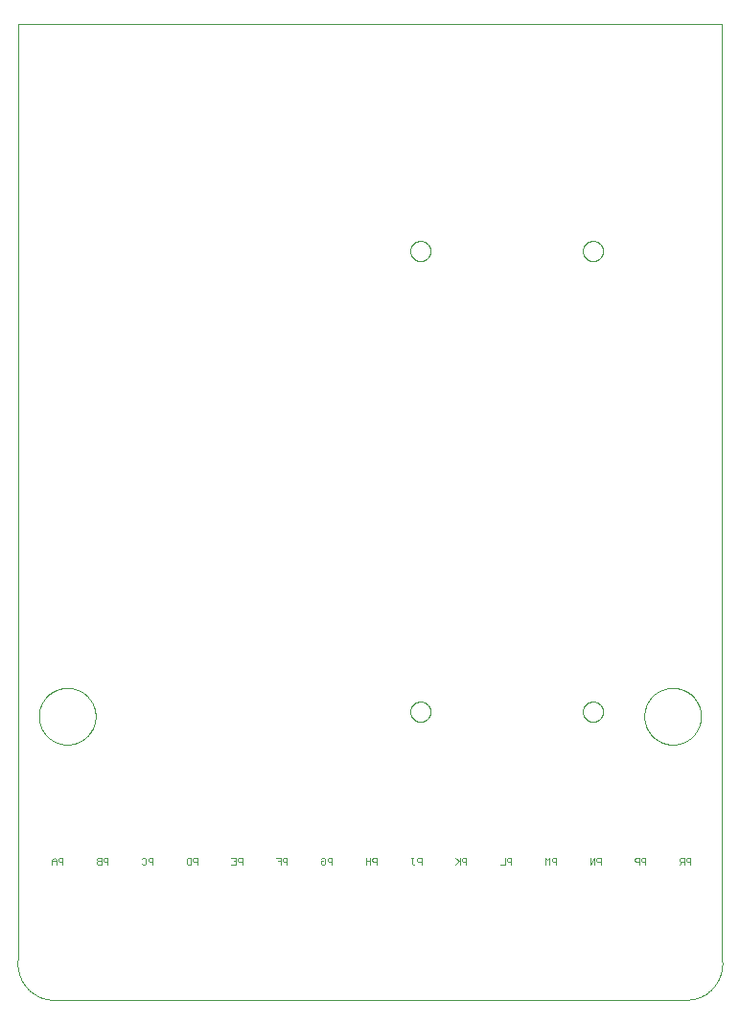
<source format=gbo>
G75*
%MOIN*%
%OFA0B0*%
%FSLAX25Y25*%
%IPPOS*%
%LPD*%
%AMOC8*
5,1,8,0,0,1.08239X$1,22.5*
%
%ADD10C,0.00000*%
%ADD11C,0.00200*%
D10*
X0067595Y0047713D02*
X0067595Y0372634D01*
X0312516Y0372634D01*
X0312516Y0047713D01*
X0312517Y0047713D02*
X0312543Y0047410D01*
X0312563Y0047106D01*
X0312574Y0046802D01*
X0312579Y0046498D01*
X0312576Y0046194D01*
X0312566Y0045889D01*
X0312548Y0045586D01*
X0312524Y0045282D01*
X0312491Y0044980D01*
X0312452Y0044678D01*
X0312405Y0044377D01*
X0312351Y0044078D01*
X0312290Y0043780D01*
X0312221Y0043483D01*
X0312146Y0043189D01*
X0312063Y0042896D01*
X0311973Y0042605D01*
X0311877Y0042317D01*
X0311773Y0042030D01*
X0311663Y0041747D01*
X0311545Y0041466D01*
X0311421Y0041188D01*
X0311290Y0040914D01*
X0311153Y0040642D01*
X0311009Y0040374D01*
X0310859Y0040109D01*
X0310702Y0039849D01*
X0310539Y0039592D01*
X0310370Y0039339D01*
X0310195Y0039090D01*
X0310013Y0038845D01*
X0309826Y0038605D01*
X0309634Y0038370D01*
X0309435Y0038139D01*
X0309231Y0037913D01*
X0309022Y0037692D01*
X0308808Y0037477D01*
X0308588Y0037266D01*
X0308363Y0037061D01*
X0308133Y0036861D01*
X0307899Y0036667D01*
X0307660Y0036479D01*
X0307417Y0036296D01*
X0307169Y0036120D01*
X0306917Y0035949D01*
X0306661Y0035785D01*
X0306401Y0035627D01*
X0306137Y0035475D01*
X0305870Y0035330D01*
X0305599Y0035191D01*
X0305325Y0035058D01*
X0305048Y0034933D01*
X0304768Y0034814D01*
X0304485Y0034702D01*
X0304199Y0034596D01*
X0303911Y0034498D01*
X0303621Y0034407D01*
X0303329Y0034322D01*
X0303034Y0034245D01*
X0302738Y0034175D01*
X0302440Y0034112D01*
X0302141Y0034057D01*
X0301841Y0034008D01*
X0301539Y0033967D01*
X0301237Y0033933D01*
X0078875Y0033933D01*
X0078568Y0033968D01*
X0078262Y0034010D01*
X0077957Y0034059D01*
X0077653Y0034116D01*
X0077351Y0034180D01*
X0077050Y0034252D01*
X0076751Y0034331D01*
X0076455Y0034418D01*
X0076160Y0034512D01*
X0075868Y0034612D01*
X0075578Y0034720D01*
X0075292Y0034836D01*
X0075008Y0034958D01*
X0074727Y0035087D01*
X0074449Y0035223D01*
X0074175Y0035365D01*
X0073905Y0035515D01*
X0073638Y0035671D01*
X0073375Y0035833D01*
X0073116Y0036002D01*
X0072861Y0036177D01*
X0072611Y0036358D01*
X0072365Y0036546D01*
X0072124Y0036739D01*
X0071888Y0036939D01*
X0071657Y0037144D01*
X0071431Y0037354D01*
X0071210Y0037570D01*
X0070994Y0037792D01*
X0070784Y0038018D01*
X0070580Y0038250D01*
X0070381Y0038487D01*
X0070188Y0038729D01*
X0070002Y0038975D01*
X0069821Y0039225D01*
X0069646Y0039480D01*
X0069478Y0039740D01*
X0069316Y0040003D01*
X0069161Y0040270D01*
X0069012Y0040541D01*
X0068870Y0040816D01*
X0068735Y0041094D01*
X0068607Y0041375D01*
X0068485Y0041659D01*
X0068371Y0041946D01*
X0068264Y0042236D01*
X0068164Y0042528D01*
X0068071Y0042823D01*
X0067985Y0043120D01*
X0067907Y0043419D01*
X0067835Y0043720D01*
X0067772Y0044022D01*
X0067716Y0044326D01*
X0067667Y0044631D01*
X0067626Y0044937D01*
X0067592Y0045245D01*
X0067566Y0045553D01*
X0067547Y0045861D01*
X0067536Y0046170D01*
X0067533Y0046479D01*
X0067537Y0046788D01*
X0067549Y0047097D01*
X0067568Y0047405D01*
X0067595Y0047713D01*
X0074937Y0132358D02*
X0074940Y0132600D01*
X0074949Y0132841D01*
X0074964Y0133082D01*
X0074984Y0133323D01*
X0075011Y0133563D01*
X0075044Y0133802D01*
X0075082Y0134041D01*
X0075126Y0134278D01*
X0075176Y0134515D01*
X0075232Y0134750D01*
X0075294Y0134983D01*
X0075361Y0135215D01*
X0075434Y0135446D01*
X0075512Y0135674D01*
X0075597Y0135900D01*
X0075686Y0136125D01*
X0075781Y0136347D01*
X0075882Y0136566D01*
X0075988Y0136784D01*
X0076099Y0136998D01*
X0076216Y0137210D01*
X0076337Y0137418D01*
X0076464Y0137624D01*
X0076596Y0137826D01*
X0076733Y0138026D01*
X0076874Y0138221D01*
X0077020Y0138414D01*
X0077171Y0138602D01*
X0077327Y0138787D01*
X0077487Y0138968D01*
X0077651Y0139145D01*
X0077820Y0139318D01*
X0077993Y0139487D01*
X0078170Y0139651D01*
X0078351Y0139811D01*
X0078536Y0139967D01*
X0078724Y0140118D01*
X0078917Y0140264D01*
X0079112Y0140405D01*
X0079312Y0140542D01*
X0079514Y0140674D01*
X0079720Y0140801D01*
X0079928Y0140922D01*
X0080140Y0141039D01*
X0080354Y0141150D01*
X0080572Y0141256D01*
X0080791Y0141357D01*
X0081013Y0141452D01*
X0081238Y0141541D01*
X0081464Y0141626D01*
X0081692Y0141704D01*
X0081923Y0141777D01*
X0082155Y0141844D01*
X0082388Y0141906D01*
X0082623Y0141962D01*
X0082860Y0142012D01*
X0083097Y0142056D01*
X0083336Y0142094D01*
X0083575Y0142127D01*
X0083815Y0142154D01*
X0084056Y0142174D01*
X0084297Y0142189D01*
X0084538Y0142198D01*
X0084780Y0142201D01*
X0085022Y0142198D01*
X0085263Y0142189D01*
X0085504Y0142174D01*
X0085745Y0142154D01*
X0085985Y0142127D01*
X0086224Y0142094D01*
X0086463Y0142056D01*
X0086700Y0142012D01*
X0086937Y0141962D01*
X0087172Y0141906D01*
X0087405Y0141844D01*
X0087637Y0141777D01*
X0087868Y0141704D01*
X0088096Y0141626D01*
X0088322Y0141541D01*
X0088547Y0141452D01*
X0088769Y0141357D01*
X0088988Y0141256D01*
X0089206Y0141150D01*
X0089420Y0141039D01*
X0089632Y0140922D01*
X0089840Y0140801D01*
X0090046Y0140674D01*
X0090248Y0140542D01*
X0090448Y0140405D01*
X0090643Y0140264D01*
X0090836Y0140118D01*
X0091024Y0139967D01*
X0091209Y0139811D01*
X0091390Y0139651D01*
X0091567Y0139487D01*
X0091740Y0139318D01*
X0091909Y0139145D01*
X0092073Y0138968D01*
X0092233Y0138787D01*
X0092389Y0138602D01*
X0092540Y0138414D01*
X0092686Y0138221D01*
X0092827Y0138026D01*
X0092964Y0137826D01*
X0093096Y0137624D01*
X0093223Y0137418D01*
X0093344Y0137210D01*
X0093461Y0136998D01*
X0093572Y0136784D01*
X0093678Y0136566D01*
X0093779Y0136347D01*
X0093874Y0136125D01*
X0093963Y0135900D01*
X0094048Y0135674D01*
X0094126Y0135446D01*
X0094199Y0135215D01*
X0094266Y0134983D01*
X0094328Y0134750D01*
X0094384Y0134515D01*
X0094434Y0134278D01*
X0094478Y0134041D01*
X0094516Y0133802D01*
X0094549Y0133563D01*
X0094576Y0133323D01*
X0094596Y0133082D01*
X0094611Y0132841D01*
X0094620Y0132600D01*
X0094623Y0132358D01*
X0094620Y0132116D01*
X0094611Y0131875D01*
X0094596Y0131634D01*
X0094576Y0131393D01*
X0094549Y0131153D01*
X0094516Y0130914D01*
X0094478Y0130675D01*
X0094434Y0130438D01*
X0094384Y0130201D01*
X0094328Y0129966D01*
X0094266Y0129733D01*
X0094199Y0129501D01*
X0094126Y0129270D01*
X0094048Y0129042D01*
X0093963Y0128816D01*
X0093874Y0128591D01*
X0093779Y0128369D01*
X0093678Y0128150D01*
X0093572Y0127932D01*
X0093461Y0127718D01*
X0093344Y0127506D01*
X0093223Y0127298D01*
X0093096Y0127092D01*
X0092964Y0126890D01*
X0092827Y0126690D01*
X0092686Y0126495D01*
X0092540Y0126302D01*
X0092389Y0126114D01*
X0092233Y0125929D01*
X0092073Y0125748D01*
X0091909Y0125571D01*
X0091740Y0125398D01*
X0091567Y0125229D01*
X0091390Y0125065D01*
X0091209Y0124905D01*
X0091024Y0124749D01*
X0090836Y0124598D01*
X0090643Y0124452D01*
X0090448Y0124311D01*
X0090248Y0124174D01*
X0090046Y0124042D01*
X0089840Y0123915D01*
X0089632Y0123794D01*
X0089420Y0123677D01*
X0089206Y0123566D01*
X0088988Y0123460D01*
X0088769Y0123359D01*
X0088547Y0123264D01*
X0088322Y0123175D01*
X0088096Y0123090D01*
X0087868Y0123012D01*
X0087637Y0122939D01*
X0087405Y0122872D01*
X0087172Y0122810D01*
X0086937Y0122754D01*
X0086700Y0122704D01*
X0086463Y0122660D01*
X0086224Y0122622D01*
X0085985Y0122589D01*
X0085745Y0122562D01*
X0085504Y0122542D01*
X0085263Y0122527D01*
X0085022Y0122518D01*
X0084780Y0122515D01*
X0084538Y0122518D01*
X0084297Y0122527D01*
X0084056Y0122542D01*
X0083815Y0122562D01*
X0083575Y0122589D01*
X0083336Y0122622D01*
X0083097Y0122660D01*
X0082860Y0122704D01*
X0082623Y0122754D01*
X0082388Y0122810D01*
X0082155Y0122872D01*
X0081923Y0122939D01*
X0081692Y0123012D01*
X0081464Y0123090D01*
X0081238Y0123175D01*
X0081013Y0123264D01*
X0080791Y0123359D01*
X0080572Y0123460D01*
X0080354Y0123566D01*
X0080140Y0123677D01*
X0079928Y0123794D01*
X0079720Y0123915D01*
X0079514Y0124042D01*
X0079312Y0124174D01*
X0079112Y0124311D01*
X0078917Y0124452D01*
X0078724Y0124598D01*
X0078536Y0124749D01*
X0078351Y0124905D01*
X0078170Y0125065D01*
X0077993Y0125229D01*
X0077820Y0125398D01*
X0077651Y0125571D01*
X0077487Y0125748D01*
X0077327Y0125929D01*
X0077171Y0126114D01*
X0077020Y0126302D01*
X0076874Y0126495D01*
X0076733Y0126690D01*
X0076596Y0126890D01*
X0076464Y0127092D01*
X0076337Y0127298D01*
X0076216Y0127506D01*
X0076099Y0127718D01*
X0075988Y0127932D01*
X0075882Y0128150D01*
X0075781Y0128369D01*
X0075686Y0128591D01*
X0075597Y0128816D01*
X0075512Y0129042D01*
X0075434Y0129270D01*
X0075361Y0129501D01*
X0075294Y0129733D01*
X0075232Y0129966D01*
X0075176Y0130201D01*
X0075126Y0130438D01*
X0075082Y0130675D01*
X0075044Y0130914D01*
X0075011Y0131153D01*
X0074984Y0131393D01*
X0074964Y0131634D01*
X0074949Y0131875D01*
X0074940Y0132116D01*
X0074937Y0132358D01*
X0204095Y0133933D02*
X0204097Y0134051D01*
X0204103Y0134169D01*
X0204113Y0134287D01*
X0204127Y0134404D01*
X0204145Y0134521D01*
X0204167Y0134638D01*
X0204192Y0134753D01*
X0204222Y0134867D01*
X0204256Y0134981D01*
X0204293Y0135093D01*
X0204334Y0135204D01*
X0204379Y0135313D01*
X0204427Y0135421D01*
X0204479Y0135527D01*
X0204535Y0135632D01*
X0204594Y0135734D01*
X0204656Y0135834D01*
X0204722Y0135932D01*
X0204791Y0136028D01*
X0204864Y0136122D01*
X0204939Y0136213D01*
X0205018Y0136301D01*
X0205099Y0136387D01*
X0205184Y0136470D01*
X0205271Y0136550D01*
X0205360Y0136627D01*
X0205453Y0136701D01*
X0205547Y0136771D01*
X0205644Y0136839D01*
X0205744Y0136903D01*
X0205845Y0136964D01*
X0205948Y0137021D01*
X0206054Y0137075D01*
X0206161Y0137126D01*
X0206269Y0137172D01*
X0206379Y0137215D01*
X0206491Y0137254D01*
X0206604Y0137290D01*
X0206718Y0137321D01*
X0206833Y0137349D01*
X0206948Y0137373D01*
X0207065Y0137393D01*
X0207182Y0137409D01*
X0207300Y0137421D01*
X0207418Y0137429D01*
X0207536Y0137433D01*
X0207654Y0137433D01*
X0207772Y0137429D01*
X0207890Y0137421D01*
X0208008Y0137409D01*
X0208125Y0137393D01*
X0208242Y0137373D01*
X0208357Y0137349D01*
X0208472Y0137321D01*
X0208586Y0137290D01*
X0208699Y0137254D01*
X0208811Y0137215D01*
X0208921Y0137172D01*
X0209029Y0137126D01*
X0209136Y0137075D01*
X0209242Y0137021D01*
X0209345Y0136964D01*
X0209446Y0136903D01*
X0209546Y0136839D01*
X0209643Y0136771D01*
X0209737Y0136701D01*
X0209830Y0136627D01*
X0209919Y0136550D01*
X0210006Y0136470D01*
X0210091Y0136387D01*
X0210172Y0136301D01*
X0210251Y0136213D01*
X0210326Y0136122D01*
X0210399Y0136028D01*
X0210468Y0135932D01*
X0210534Y0135834D01*
X0210596Y0135734D01*
X0210655Y0135632D01*
X0210711Y0135527D01*
X0210763Y0135421D01*
X0210811Y0135313D01*
X0210856Y0135204D01*
X0210897Y0135093D01*
X0210934Y0134981D01*
X0210968Y0134867D01*
X0210998Y0134753D01*
X0211023Y0134638D01*
X0211045Y0134521D01*
X0211063Y0134404D01*
X0211077Y0134287D01*
X0211087Y0134169D01*
X0211093Y0134051D01*
X0211095Y0133933D01*
X0211093Y0133815D01*
X0211087Y0133697D01*
X0211077Y0133579D01*
X0211063Y0133462D01*
X0211045Y0133345D01*
X0211023Y0133228D01*
X0210998Y0133113D01*
X0210968Y0132999D01*
X0210934Y0132885D01*
X0210897Y0132773D01*
X0210856Y0132662D01*
X0210811Y0132553D01*
X0210763Y0132445D01*
X0210711Y0132339D01*
X0210655Y0132234D01*
X0210596Y0132132D01*
X0210534Y0132032D01*
X0210468Y0131934D01*
X0210399Y0131838D01*
X0210326Y0131744D01*
X0210251Y0131653D01*
X0210172Y0131565D01*
X0210091Y0131479D01*
X0210006Y0131396D01*
X0209919Y0131316D01*
X0209830Y0131239D01*
X0209737Y0131165D01*
X0209643Y0131095D01*
X0209546Y0131027D01*
X0209446Y0130963D01*
X0209345Y0130902D01*
X0209242Y0130845D01*
X0209136Y0130791D01*
X0209029Y0130740D01*
X0208921Y0130694D01*
X0208811Y0130651D01*
X0208699Y0130612D01*
X0208586Y0130576D01*
X0208472Y0130545D01*
X0208357Y0130517D01*
X0208242Y0130493D01*
X0208125Y0130473D01*
X0208008Y0130457D01*
X0207890Y0130445D01*
X0207772Y0130437D01*
X0207654Y0130433D01*
X0207536Y0130433D01*
X0207418Y0130437D01*
X0207300Y0130445D01*
X0207182Y0130457D01*
X0207065Y0130473D01*
X0206948Y0130493D01*
X0206833Y0130517D01*
X0206718Y0130545D01*
X0206604Y0130576D01*
X0206491Y0130612D01*
X0206379Y0130651D01*
X0206269Y0130694D01*
X0206161Y0130740D01*
X0206054Y0130791D01*
X0205948Y0130845D01*
X0205845Y0130902D01*
X0205744Y0130963D01*
X0205644Y0131027D01*
X0205547Y0131095D01*
X0205453Y0131165D01*
X0205360Y0131239D01*
X0205271Y0131316D01*
X0205184Y0131396D01*
X0205099Y0131479D01*
X0205018Y0131565D01*
X0204939Y0131653D01*
X0204864Y0131744D01*
X0204791Y0131838D01*
X0204722Y0131934D01*
X0204656Y0132032D01*
X0204594Y0132132D01*
X0204535Y0132234D01*
X0204479Y0132339D01*
X0204427Y0132445D01*
X0204379Y0132553D01*
X0204334Y0132662D01*
X0204293Y0132773D01*
X0204256Y0132885D01*
X0204222Y0132999D01*
X0204192Y0133113D01*
X0204167Y0133228D01*
X0204145Y0133345D01*
X0204127Y0133462D01*
X0204113Y0133579D01*
X0204103Y0133697D01*
X0204097Y0133815D01*
X0204095Y0133933D01*
X0264095Y0133933D02*
X0264097Y0134051D01*
X0264103Y0134169D01*
X0264113Y0134287D01*
X0264127Y0134404D01*
X0264145Y0134521D01*
X0264167Y0134638D01*
X0264192Y0134753D01*
X0264222Y0134867D01*
X0264256Y0134981D01*
X0264293Y0135093D01*
X0264334Y0135204D01*
X0264379Y0135313D01*
X0264427Y0135421D01*
X0264479Y0135527D01*
X0264535Y0135632D01*
X0264594Y0135734D01*
X0264656Y0135834D01*
X0264722Y0135932D01*
X0264791Y0136028D01*
X0264864Y0136122D01*
X0264939Y0136213D01*
X0265018Y0136301D01*
X0265099Y0136387D01*
X0265184Y0136470D01*
X0265271Y0136550D01*
X0265360Y0136627D01*
X0265453Y0136701D01*
X0265547Y0136771D01*
X0265644Y0136839D01*
X0265744Y0136903D01*
X0265845Y0136964D01*
X0265948Y0137021D01*
X0266054Y0137075D01*
X0266161Y0137126D01*
X0266269Y0137172D01*
X0266379Y0137215D01*
X0266491Y0137254D01*
X0266604Y0137290D01*
X0266718Y0137321D01*
X0266833Y0137349D01*
X0266948Y0137373D01*
X0267065Y0137393D01*
X0267182Y0137409D01*
X0267300Y0137421D01*
X0267418Y0137429D01*
X0267536Y0137433D01*
X0267654Y0137433D01*
X0267772Y0137429D01*
X0267890Y0137421D01*
X0268008Y0137409D01*
X0268125Y0137393D01*
X0268242Y0137373D01*
X0268357Y0137349D01*
X0268472Y0137321D01*
X0268586Y0137290D01*
X0268699Y0137254D01*
X0268811Y0137215D01*
X0268921Y0137172D01*
X0269029Y0137126D01*
X0269136Y0137075D01*
X0269242Y0137021D01*
X0269345Y0136964D01*
X0269446Y0136903D01*
X0269546Y0136839D01*
X0269643Y0136771D01*
X0269737Y0136701D01*
X0269830Y0136627D01*
X0269919Y0136550D01*
X0270006Y0136470D01*
X0270091Y0136387D01*
X0270172Y0136301D01*
X0270251Y0136213D01*
X0270326Y0136122D01*
X0270399Y0136028D01*
X0270468Y0135932D01*
X0270534Y0135834D01*
X0270596Y0135734D01*
X0270655Y0135632D01*
X0270711Y0135527D01*
X0270763Y0135421D01*
X0270811Y0135313D01*
X0270856Y0135204D01*
X0270897Y0135093D01*
X0270934Y0134981D01*
X0270968Y0134867D01*
X0270998Y0134753D01*
X0271023Y0134638D01*
X0271045Y0134521D01*
X0271063Y0134404D01*
X0271077Y0134287D01*
X0271087Y0134169D01*
X0271093Y0134051D01*
X0271095Y0133933D01*
X0271093Y0133815D01*
X0271087Y0133697D01*
X0271077Y0133579D01*
X0271063Y0133462D01*
X0271045Y0133345D01*
X0271023Y0133228D01*
X0270998Y0133113D01*
X0270968Y0132999D01*
X0270934Y0132885D01*
X0270897Y0132773D01*
X0270856Y0132662D01*
X0270811Y0132553D01*
X0270763Y0132445D01*
X0270711Y0132339D01*
X0270655Y0132234D01*
X0270596Y0132132D01*
X0270534Y0132032D01*
X0270468Y0131934D01*
X0270399Y0131838D01*
X0270326Y0131744D01*
X0270251Y0131653D01*
X0270172Y0131565D01*
X0270091Y0131479D01*
X0270006Y0131396D01*
X0269919Y0131316D01*
X0269830Y0131239D01*
X0269737Y0131165D01*
X0269643Y0131095D01*
X0269546Y0131027D01*
X0269446Y0130963D01*
X0269345Y0130902D01*
X0269242Y0130845D01*
X0269136Y0130791D01*
X0269029Y0130740D01*
X0268921Y0130694D01*
X0268811Y0130651D01*
X0268699Y0130612D01*
X0268586Y0130576D01*
X0268472Y0130545D01*
X0268357Y0130517D01*
X0268242Y0130493D01*
X0268125Y0130473D01*
X0268008Y0130457D01*
X0267890Y0130445D01*
X0267772Y0130437D01*
X0267654Y0130433D01*
X0267536Y0130433D01*
X0267418Y0130437D01*
X0267300Y0130445D01*
X0267182Y0130457D01*
X0267065Y0130473D01*
X0266948Y0130493D01*
X0266833Y0130517D01*
X0266718Y0130545D01*
X0266604Y0130576D01*
X0266491Y0130612D01*
X0266379Y0130651D01*
X0266269Y0130694D01*
X0266161Y0130740D01*
X0266054Y0130791D01*
X0265948Y0130845D01*
X0265845Y0130902D01*
X0265744Y0130963D01*
X0265644Y0131027D01*
X0265547Y0131095D01*
X0265453Y0131165D01*
X0265360Y0131239D01*
X0265271Y0131316D01*
X0265184Y0131396D01*
X0265099Y0131479D01*
X0265018Y0131565D01*
X0264939Y0131653D01*
X0264864Y0131744D01*
X0264791Y0131838D01*
X0264722Y0131934D01*
X0264656Y0132032D01*
X0264594Y0132132D01*
X0264535Y0132234D01*
X0264479Y0132339D01*
X0264427Y0132445D01*
X0264379Y0132553D01*
X0264334Y0132662D01*
X0264293Y0132773D01*
X0264256Y0132885D01*
X0264222Y0132999D01*
X0264192Y0133113D01*
X0264167Y0133228D01*
X0264145Y0133345D01*
X0264127Y0133462D01*
X0264113Y0133579D01*
X0264103Y0133697D01*
X0264097Y0133815D01*
X0264095Y0133933D01*
X0285488Y0132358D02*
X0285491Y0132600D01*
X0285500Y0132841D01*
X0285515Y0133082D01*
X0285535Y0133323D01*
X0285562Y0133563D01*
X0285595Y0133802D01*
X0285633Y0134041D01*
X0285677Y0134278D01*
X0285727Y0134515D01*
X0285783Y0134750D01*
X0285845Y0134983D01*
X0285912Y0135215D01*
X0285985Y0135446D01*
X0286063Y0135674D01*
X0286148Y0135900D01*
X0286237Y0136125D01*
X0286332Y0136347D01*
X0286433Y0136566D01*
X0286539Y0136784D01*
X0286650Y0136998D01*
X0286767Y0137210D01*
X0286888Y0137418D01*
X0287015Y0137624D01*
X0287147Y0137826D01*
X0287284Y0138026D01*
X0287425Y0138221D01*
X0287571Y0138414D01*
X0287722Y0138602D01*
X0287878Y0138787D01*
X0288038Y0138968D01*
X0288202Y0139145D01*
X0288371Y0139318D01*
X0288544Y0139487D01*
X0288721Y0139651D01*
X0288902Y0139811D01*
X0289087Y0139967D01*
X0289275Y0140118D01*
X0289468Y0140264D01*
X0289663Y0140405D01*
X0289863Y0140542D01*
X0290065Y0140674D01*
X0290271Y0140801D01*
X0290479Y0140922D01*
X0290691Y0141039D01*
X0290905Y0141150D01*
X0291123Y0141256D01*
X0291342Y0141357D01*
X0291564Y0141452D01*
X0291789Y0141541D01*
X0292015Y0141626D01*
X0292243Y0141704D01*
X0292474Y0141777D01*
X0292706Y0141844D01*
X0292939Y0141906D01*
X0293174Y0141962D01*
X0293411Y0142012D01*
X0293648Y0142056D01*
X0293887Y0142094D01*
X0294126Y0142127D01*
X0294366Y0142154D01*
X0294607Y0142174D01*
X0294848Y0142189D01*
X0295089Y0142198D01*
X0295331Y0142201D01*
X0295573Y0142198D01*
X0295814Y0142189D01*
X0296055Y0142174D01*
X0296296Y0142154D01*
X0296536Y0142127D01*
X0296775Y0142094D01*
X0297014Y0142056D01*
X0297251Y0142012D01*
X0297488Y0141962D01*
X0297723Y0141906D01*
X0297956Y0141844D01*
X0298188Y0141777D01*
X0298419Y0141704D01*
X0298647Y0141626D01*
X0298873Y0141541D01*
X0299098Y0141452D01*
X0299320Y0141357D01*
X0299539Y0141256D01*
X0299757Y0141150D01*
X0299971Y0141039D01*
X0300183Y0140922D01*
X0300391Y0140801D01*
X0300597Y0140674D01*
X0300799Y0140542D01*
X0300999Y0140405D01*
X0301194Y0140264D01*
X0301387Y0140118D01*
X0301575Y0139967D01*
X0301760Y0139811D01*
X0301941Y0139651D01*
X0302118Y0139487D01*
X0302291Y0139318D01*
X0302460Y0139145D01*
X0302624Y0138968D01*
X0302784Y0138787D01*
X0302940Y0138602D01*
X0303091Y0138414D01*
X0303237Y0138221D01*
X0303378Y0138026D01*
X0303515Y0137826D01*
X0303647Y0137624D01*
X0303774Y0137418D01*
X0303895Y0137210D01*
X0304012Y0136998D01*
X0304123Y0136784D01*
X0304229Y0136566D01*
X0304330Y0136347D01*
X0304425Y0136125D01*
X0304514Y0135900D01*
X0304599Y0135674D01*
X0304677Y0135446D01*
X0304750Y0135215D01*
X0304817Y0134983D01*
X0304879Y0134750D01*
X0304935Y0134515D01*
X0304985Y0134278D01*
X0305029Y0134041D01*
X0305067Y0133802D01*
X0305100Y0133563D01*
X0305127Y0133323D01*
X0305147Y0133082D01*
X0305162Y0132841D01*
X0305171Y0132600D01*
X0305174Y0132358D01*
X0305171Y0132116D01*
X0305162Y0131875D01*
X0305147Y0131634D01*
X0305127Y0131393D01*
X0305100Y0131153D01*
X0305067Y0130914D01*
X0305029Y0130675D01*
X0304985Y0130438D01*
X0304935Y0130201D01*
X0304879Y0129966D01*
X0304817Y0129733D01*
X0304750Y0129501D01*
X0304677Y0129270D01*
X0304599Y0129042D01*
X0304514Y0128816D01*
X0304425Y0128591D01*
X0304330Y0128369D01*
X0304229Y0128150D01*
X0304123Y0127932D01*
X0304012Y0127718D01*
X0303895Y0127506D01*
X0303774Y0127298D01*
X0303647Y0127092D01*
X0303515Y0126890D01*
X0303378Y0126690D01*
X0303237Y0126495D01*
X0303091Y0126302D01*
X0302940Y0126114D01*
X0302784Y0125929D01*
X0302624Y0125748D01*
X0302460Y0125571D01*
X0302291Y0125398D01*
X0302118Y0125229D01*
X0301941Y0125065D01*
X0301760Y0124905D01*
X0301575Y0124749D01*
X0301387Y0124598D01*
X0301194Y0124452D01*
X0300999Y0124311D01*
X0300799Y0124174D01*
X0300597Y0124042D01*
X0300391Y0123915D01*
X0300183Y0123794D01*
X0299971Y0123677D01*
X0299757Y0123566D01*
X0299539Y0123460D01*
X0299320Y0123359D01*
X0299098Y0123264D01*
X0298873Y0123175D01*
X0298647Y0123090D01*
X0298419Y0123012D01*
X0298188Y0122939D01*
X0297956Y0122872D01*
X0297723Y0122810D01*
X0297488Y0122754D01*
X0297251Y0122704D01*
X0297014Y0122660D01*
X0296775Y0122622D01*
X0296536Y0122589D01*
X0296296Y0122562D01*
X0296055Y0122542D01*
X0295814Y0122527D01*
X0295573Y0122518D01*
X0295331Y0122515D01*
X0295089Y0122518D01*
X0294848Y0122527D01*
X0294607Y0122542D01*
X0294366Y0122562D01*
X0294126Y0122589D01*
X0293887Y0122622D01*
X0293648Y0122660D01*
X0293411Y0122704D01*
X0293174Y0122754D01*
X0292939Y0122810D01*
X0292706Y0122872D01*
X0292474Y0122939D01*
X0292243Y0123012D01*
X0292015Y0123090D01*
X0291789Y0123175D01*
X0291564Y0123264D01*
X0291342Y0123359D01*
X0291123Y0123460D01*
X0290905Y0123566D01*
X0290691Y0123677D01*
X0290479Y0123794D01*
X0290271Y0123915D01*
X0290065Y0124042D01*
X0289863Y0124174D01*
X0289663Y0124311D01*
X0289468Y0124452D01*
X0289275Y0124598D01*
X0289087Y0124749D01*
X0288902Y0124905D01*
X0288721Y0125065D01*
X0288544Y0125229D01*
X0288371Y0125398D01*
X0288202Y0125571D01*
X0288038Y0125748D01*
X0287878Y0125929D01*
X0287722Y0126114D01*
X0287571Y0126302D01*
X0287425Y0126495D01*
X0287284Y0126690D01*
X0287147Y0126890D01*
X0287015Y0127092D01*
X0286888Y0127298D01*
X0286767Y0127506D01*
X0286650Y0127718D01*
X0286539Y0127932D01*
X0286433Y0128150D01*
X0286332Y0128369D01*
X0286237Y0128591D01*
X0286148Y0128816D01*
X0286063Y0129042D01*
X0285985Y0129270D01*
X0285912Y0129501D01*
X0285845Y0129733D01*
X0285783Y0129966D01*
X0285727Y0130201D01*
X0285677Y0130438D01*
X0285633Y0130675D01*
X0285595Y0130914D01*
X0285562Y0131153D01*
X0285535Y0131393D01*
X0285515Y0131634D01*
X0285500Y0131875D01*
X0285491Y0132116D01*
X0285488Y0132358D01*
X0264095Y0293933D02*
X0264097Y0294051D01*
X0264103Y0294169D01*
X0264113Y0294287D01*
X0264127Y0294404D01*
X0264145Y0294521D01*
X0264167Y0294638D01*
X0264192Y0294753D01*
X0264222Y0294867D01*
X0264256Y0294981D01*
X0264293Y0295093D01*
X0264334Y0295204D01*
X0264379Y0295313D01*
X0264427Y0295421D01*
X0264479Y0295527D01*
X0264535Y0295632D01*
X0264594Y0295734D01*
X0264656Y0295834D01*
X0264722Y0295932D01*
X0264791Y0296028D01*
X0264864Y0296122D01*
X0264939Y0296213D01*
X0265018Y0296301D01*
X0265099Y0296387D01*
X0265184Y0296470D01*
X0265271Y0296550D01*
X0265360Y0296627D01*
X0265453Y0296701D01*
X0265547Y0296771D01*
X0265644Y0296839D01*
X0265744Y0296903D01*
X0265845Y0296964D01*
X0265948Y0297021D01*
X0266054Y0297075D01*
X0266161Y0297126D01*
X0266269Y0297172D01*
X0266379Y0297215D01*
X0266491Y0297254D01*
X0266604Y0297290D01*
X0266718Y0297321D01*
X0266833Y0297349D01*
X0266948Y0297373D01*
X0267065Y0297393D01*
X0267182Y0297409D01*
X0267300Y0297421D01*
X0267418Y0297429D01*
X0267536Y0297433D01*
X0267654Y0297433D01*
X0267772Y0297429D01*
X0267890Y0297421D01*
X0268008Y0297409D01*
X0268125Y0297393D01*
X0268242Y0297373D01*
X0268357Y0297349D01*
X0268472Y0297321D01*
X0268586Y0297290D01*
X0268699Y0297254D01*
X0268811Y0297215D01*
X0268921Y0297172D01*
X0269029Y0297126D01*
X0269136Y0297075D01*
X0269242Y0297021D01*
X0269345Y0296964D01*
X0269446Y0296903D01*
X0269546Y0296839D01*
X0269643Y0296771D01*
X0269737Y0296701D01*
X0269830Y0296627D01*
X0269919Y0296550D01*
X0270006Y0296470D01*
X0270091Y0296387D01*
X0270172Y0296301D01*
X0270251Y0296213D01*
X0270326Y0296122D01*
X0270399Y0296028D01*
X0270468Y0295932D01*
X0270534Y0295834D01*
X0270596Y0295734D01*
X0270655Y0295632D01*
X0270711Y0295527D01*
X0270763Y0295421D01*
X0270811Y0295313D01*
X0270856Y0295204D01*
X0270897Y0295093D01*
X0270934Y0294981D01*
X0270968Y0294867D01*
X0270998Y0294753D01*
X0271023Y0294638D01*
X0271045Y0294521D01*
X0271063Y0294404D01*
X0271077Y0294287D01*
X0271087Y0294169D01*
X0271093Y0294051D01*
X0271095Y0293933D01*
X0271093Y0293815D01*
X0271087Y0293697D01*
X0271077Y0293579D01*
X0271063Y0293462D01*
X0271045Y0293345D01*
X0271023Y0293228D01*
X0270998Y0293113D01*
X0270968Y0292999D01*
X0270934Y0292885D01*
X0270897Y0292773D01*
X0270856Y0292662D01*
X0270811Y0292553D01*
X0270763Y0292445D01*
X0270711Y0292339D01*
X0270655Y0292234D01*
X0270596Y0292132D01*
X0270534Y0292032D01*
X0270468Y0291934D01*
X0270399Y0291838D01*
X0270326Y0291744D01*
X0270251Y0291653D01*
X0270172Y0291565D01*
X0270091Y0291479D01*
X0270006Y0291396D01*
X0269919Y0291316D01*
X0269830Y0291239D01*
X0269737Y0291165D01*
X0269643Y0291095D01*
X0269546Y0291027D01*
X0269446Y0290963D01*
X0269345Y0290902D01*
X0269242Y0290845D01*
X0269136Y0290791D01*
X0269029Y0290740D01*
X0268921Y0290694D01*
X0268811Y0290651D01*
X0268699Y0290612D01*
X0268586Y0290576D01*
X0268472Y0290545D01*
X0268357Y0290517D01*
X0268242Y0290493D01*
X0268125Y0290473D01*
X0268008Y0290457D01*
X0267890Y0290445D01*
X0267772Y0290437D01*
X0267654Y0290433D01*
X0267536Y0290433D01*
X0267418Y0290437D01*
X0267300Y0290445D01*
X0267182Y0290457D01*
X0267065Y0290473D01*
X0266948Y0290493D01*
X0266833Y0290517D01*
X0266718Y0290545D01*
X0266604Y0290576D01*
X0266491Y0290612D01*
X0266379Y0290651D01*
X0266269Y0290694D01*
X0266161Y0290740D01*
X0266054Y0290791D01*
X0265948Y0290845D01*
X0265845Y0290902D01*
X0265744Y0290963D01*
X0265644Y0291027D01*
X0265547Y0291095D01*
X0265453Y0291165D01*
X0265360Y0291239D01*
X0265271Y0291316D01*
X0265184Y0291396D01*
X0265099Y0291479D01*
X0265018Y0291565D01*
X0264939Y0291653D01*
X0264864Y0291744D01*
X0264791Y0291838D01*
X0264722Y0291934D01*
X0264656Y0292032D01*
X0264594Y0292132D01*
X0264535Y0292234D01*
X0264479Y0292339D01*
X0264427Y0292445D01*
X0264379Y0292553D01*
X0264334Y0292662D01*
X0264293Y0292773D01*
X0264256Y0292885D01*
X0264222Y0292999D01*
X0264192Y0293113D01*
X0264167Y0293228D01*
X0264145Y0293345D01*
X0264127Y0293462D01*
X0264113Y0293579D01*
X0264103Y0293697D01*
X0264097Y0293815D01*
X0264095Y0293933D01*
X0204095Y0293933D02*
X0204097Y0294051D01*
X0204103Y0294169D01*
X0204113Y0294287D01*
X0204127Y0294404D01*
X0204145Y0294521D01*
X0204167Y0294638D01*
X0204192Y0294753D01*
X0204222Y0294867D01*
X0204256Y0294981D01*
X0204293Y0295093D01*
X0204334Y0295204D01*
X0204379Y0295313D01*
X0204427Y0295421D01*
X0204479Y0295527D01*
X0204535Y0295632D01*
X0204594Y0295734D01*
X0204656Y0295834D01*
X0204722Y0295932D01*
X0204791Y0296028D01*
X0204864Y0296122D01*
X0204939Y0296213D01*
X0205018Y0296301D01*
X0205099Y0296387D01*
X0205184Y0296470D01*
X0205271Y0296550D01*
X0205360Y0296627D01*
X0205453Y0296701D01*
X0205547Y0296771D01*
X0205644Y0296839D01*
X0205744Y0296903D01*
X0205845Y0296964D01*
X0205948Y0297021D01*
X0206054Y0297075D01*
X0206161Y0297126D01*
X0206269Y0297172D01*
X0206379Y0297215D01*
X0206491Y0297254D01*
X0206604Y0297290D01*
X0206718Y0297321D01*
X0206833Y0297349D01*
X0206948Y0297373D01*
X0207065Y0297393D01*
X0207182Y0297409D01*
X0207300Y0297421D01*
X0207418Y0297429D01*
X0207536Y0297433D01*
X0207654Y0297433D01*
X0207772Y0297429D01*
X0207890Y0297421D01*
X0208008Y0297409D01*
X0208125Y0297393D01*
X0208242Y0297373D01*
X0208357Y0297349D01*
X0208472Y0297321D01*
X0208586Y0297290D01*
X0208699Y0297254D01*
X0208811Y0297215D01*
X0208921Y0297172D01*
X0209029Y0297126D01*
X0209136Y0297075D01*
X0209242Y0297021D01*
X0209345Y0296964D01*
X0209446Y0296903D01*
X0209546Y0296839D01*
X0209643Y0296771D01*
X0209737Y0296701D01*
X0209830Y0296627D01*
X0209919Y0296550D01*
X0210006Y0296470D01*
X0210091Y0296387D01*
X0210172Y0296301D01*
X0210251Y0296213D01*
X0210326Y0296122D01*
X0210399Y0296028D01*
X0210468Y0295932D01*
X0210534Y0295834D01*
X0210596Y0295734D01*
X0210655Y0295632D01*
X0210711Y0295527D01*
X0210763Y0295421D01*
X0210811Y0295313D01*
X0210856Y0295204D01*
X0210897Y0295093D01*
X0210934Y0294981D01*
X0210968Y0294867D01*
X0210998Y0294753D01*
X0211023Y0294638D01*
X0211045Y0294521D01*
X0211063Y0294404D01*
X0211077Y0294287D01*
X0211087Y0294169D01*
X0211093Y0294051D01*
X0211095Y0293933D01*
X0211093Y0293815D01*
X0211087Y0293697D01*
X0211077Y0293579D01*
X0211063Y0293462D01*
X0211045Y0293345D01*
X0211023Y0293228D01*
X0210998Y0293113D01*
X0210968Y0292999D01*
X0210934Y0292885D01*
X0210897Y0292773D01*
X0210856Y0292662D01*
X0210811Y0292553D01*
X0210763Y0292445D01*
X0210711Y0292339D01*
X0210655Y0292234D01*
X0210596Y0292132D01*
X0210534Y0292032D01*
X0210468Y0291934D01*
X0210399Y0291838D01*
X0210326Y0291744D01*
X0210251Y0291653D01*
X0210172Y0291565D01*
X0210091Y0291479D01*
X0210006Y0291396D01*
X0209919Y0291316D01*
X0209830Y0291239D01*
X0209737Y0291165D01*
X0209643Y0291095D01*
X0209546Y0291027D01*
X0209446Y0290963D01*
X0209345Y0290902D01*
X0209242Y0290845D01*
X0209136Y0290791D01*
X0209029Y0290740D01*
X0208921Y0290694D01*
X0208811Y0290651D01*
X0208699Y0290612D01*
X0208586Y0290576D01*
X0208472Y0290545D01*
X0208357Y0290517D01*
X0208242Y0290493D01*
X0208125Y0290473D01*
X0208008Y0290457D01*
X0207890Y0290445D01*
X0207772Y0290437D01*
X0207654Y0290433D01*
X0207536Y0290433D01*
X0207418Y0290437D01*
X0207300Y0290445D01*
X0207182Y0290457D01*
X0207065Y0290473D01*
X0206948Y0290493D01*
X0206833Y0290517D01*
X0206718Y0290545D01*
X0206604Y0290576D01*
X0206491Y0290612D01*
X0206379Y0290651D01*
X0206269Y0290694D01*
X0206161Y0290740D01*
X0206054Y0290791D01*
X0205948Y0290845D01*
X0205845Y0290902D01*
X0205744Y0290963D01*
X0205644Y0291027D01*
X0205547Y0291095D01*
X0205453Y0291165D01*
X0205360Y0291239D01*
X0205271Y0291316D01*
X0205184Y0291396D01*
X0205099Y0291479D01*
X0205018Y0291565D01*
X0204939Y0291653D01*
X0204864Y0291744D01*
X0204791Y0291838D01*
X0204722Y0291934D01*
X0204656Y0292032D01*
X0204594Y0292132D01*
X0204535Y0292234D01*
X0204479Y0292339D01*
X0204427Y0292445D01*
X0204379Y0292553D01*
X0204334Y0292662D01*
X0204293Y0292773D01*
X0204256Y0292885D01*
X0204222Y0292999D01*
X0204192Y0293113D01*
X0204167Y0293228D01*
X0204145Y0293345D01*
X0204127Y0293462D01*
X0204113Y0293579D01*
X0204103Y0293697D01*
X0204097Y0293815D01*
X0204095Y0293933D01*
D11*
X0204265Y0083113D02*
X0204999Y0083113D01*
X0204632Y0083113D02*
X0204632Y0081278D01*
X0204999Y0080911D01*
X0205366Y0080911D01*
X0205733Y0081278D01*
X0206475Y0082012D02*
X0206842Y0081645D01*
X0207943Y0081645D01*
X0207943Y0080911D02*
X0207943Y0083113D01*
X0206842Y0083113D01*
X0206475Y0082746D01*
X0206475Y0082012D01*
X0219856Y0083113D02*
X0221324Y0081645D01*
X0220957Y0082012D02*
X0219856Y0080911D01*
X0221324Y0080911D02*
X0221324Y0083113D01*
X0222066Y0082746D02*
X0222066Y0082012D01*
X0222433Y0081645D01*
X0223534Y0081645D01*
X0223534Y0080911D02*
X0223534Y0083113D01*
X0222433Y0083113D01*
X0222066Y0082746D01*
X0235446Y0080911D02*
X0236914Y0080911D01*
X0236914Y0083113D01*
X0237656Y0082746D02*
X0237656Y0082012D01*
X0238023Y0081645D01*
X0239124Y0081645D01*
X0239124Y0080911D02*
X0239124Y0083113D01*
X0238023Y0083113D01*
X0237656Y0082746D01*
X0251037Y0083113D02*
X0251037Y0080911D01*
X0252505Y0080911D02*
X0252505Y0083113D01*
X0251771Y0082379D01*
X0251037Y0083113D01*
X0253247Y0082746D02*
X0253247Y0082012D01*
X0253614Y0081645D01*
X0254715Y0081645D01*
X0254715Y0080911D02*
X0254715Y0083113D01*
X0253614Y0083113D01*
X0253247Y0082746D01*
X0266627Y0083113D02*
X0266627Y0080911D01*
X0268095Y0083113D01*
X0268095Y0080911D01*
X0268837Y0082012D02*
X0269204Y0081645D01*
X0270305Y0081645D01*
X0270305Y0080911D02*
X0270305Y0083113D01*
X0269204Y0083113D01*
X0268837Y0082746D01*
X0268837Y0082012D01*
X0282218Y0082012D02*
X0282585Y0081645D01*
X0283686Y0081645D01*
X0283686Y0080911D02*
X0283686Y0083113D01*
X0282585Y0083113D01*
X0282218Y0082746D01*
X0282218Y0082012D01*
X0284428Y0082012D02*
X0284428Y0082746D01*
X0284795Y0083113D01*
X0285896Y0083113D01*
X0285896Y0080911D01*
X0285896Y0081645D02*
X0284795Y0081645D01*
X0284428Y0082012D01*
X0297809Y0082012D02*
X0298176Y0081645D01*
X0299276Y0081645D01*
X0298542Y0081645D02*
X0297809Y0080911D01*
X0297809Y0082012D02*
X0297809Y0082746D01*
X0298176Y0083113D01*
X0299276Y0083113D01*
X0299276Y0080911D01*
X0300018Y0082012D02*
X0300385Y0081645D01*
X0301486Y0081645D01*
X0301486Y0080911D02*
X0301486Y0083113D01*
X0300385Y0083113D01*
X0300018Y0082746D01*
X0300018Y0082012D01*
X0192352Y0081645D02*
X0191252Y0081645D01*
X0190885Y0082012D01*
X0190885Y0082746D01*
X0191252Y0083113D01*
X0192352Y0083113D01*
X0192352Y0080911D01*
X0190143Y0080911D02*
X0190143Y0083113D01*
X0190143Y0082012D02*
X0188675Y0082012D01*
X0188675Y0083113D02*
X0188675Y0080911D01*
X0176762Y0080911D02*
X0176762Y0083113D01*
X0175661Y0083113D01*
X0175294Y0082746D01*
X0175294Y0082012D01*
X0175661Y0081645D01*
X0176762Y0081645D01*
X0174552Y0081278D02*
X0174552Y0082746D01*
X0174185Y0083113D01*
X0173451Y0083113D01*
X0173084Y0082746D01*
X0173084Y0082012D02*
X0173818Y0082012D01*
X0173084Y0082012D02*
X0173084Y0081278D01*
X0173451Y0080911D01*
X0174185Y0080911D01*
X0174552Y0081278D01*
X0161171Y0081645D02*
X0160070Y0081645D01*
X0159703Y0082012D01*
X0159703Y0082746D01*
X0160070Y0083113D01*
X0161171Y0083113D01*
X0161171Y0080911D01*
X0158961Y0080911D02*
X0158961Y0083113D01*
X0157494Y0083113D01*
X0158228Y0082012D02*
X0158961Y0082012D01*
X0145581Y0081645D02*
X0144480Y0081645D01*
X0144113Y0082012D01*
X0144113Y0082746D01*
X0144480Y0083113D01*
X0145581Y0083113D01*
X0145581Y0080911D01*
X0143371Y0080911D02*
X0143371Y0083113D01*
X0141903Y0083113D01*
X0142637Y0082012D02*
X0143371Y0082012D01*
X0143371Y0080911D02*
X0141903Y0080911D01*
X0129990Y0080911D02*
X0129990Y0083113D01*
X0128889Y0083113D01*
X0128522Y0082746D01*
X0128522Y0082012D01*
X0128889Y0081645D01*
X0129990Y0081645D01*
X0127780Y0080911D02*
X0127780Y0083113D01*
X0126679Y0083113D01*
X0126312Y0082746D01*
X0126312Y0081278D01*
X0126679Y0080911D01*
X0127780Y0080911D01*
X0114400Y0080911D02*
X0114400Y0083113D01*
X0113299Y0083113D01*
X0112932Y0082746D01*
X0112932Y0082012D01*
X0113299Y0081645D01*
X0114400Y0081645D01*
X0112190Y0081278D02*
X0112190Y0082746D01*
X0111823Y0083113D01*
X0111089Y0083113D01*
X0110722Y0082746D01*
X0110722Y0081278D02*
X0111089Y0080911D01*
X0111823Y0080911D01*
X0112190Y0081278D01*
X0098809Y0081645D02*
X0097708Y0081645D01*
X0097341Y0082012D01*
X0097341Y0082746D01*
X0097708Y0083113D01*
X0098809Y0083113D01*
X0098809Y0080911D01*
X0096599Y0080911D02*
X0096599Y0083113D01*
X0095498Y0083113D01*
X0095131Y0082746D01*
X0095131Y0082379D01*
X0095498Y0082012D01*
X0096599Y0082012D01*
X0095498Y0082012D02*
X0095131Y0081645D01*
X0095131Y0081278D01*
X0095498Y0080911D01*
X0096599Y0080911D01*
X0083219Y0080911D02*
X0083219Y0083113D01*
X0082118Y0083113D01*
X0081751Y0082746D01*
X0081751Y0082012D01*
X0082118Y0081645D01*
X0083219Y0081645D01*
X0081009Y0082012D02*
X0079541Y0082012D01*
X0079541Y0082379D02*
X0079541Y0080911D01*
X0079541Y0082379D02*
X0080275Y0083113D01*
X0081009Y0082379D01*
X0081009Y0080911D01*
M02*

</source>
